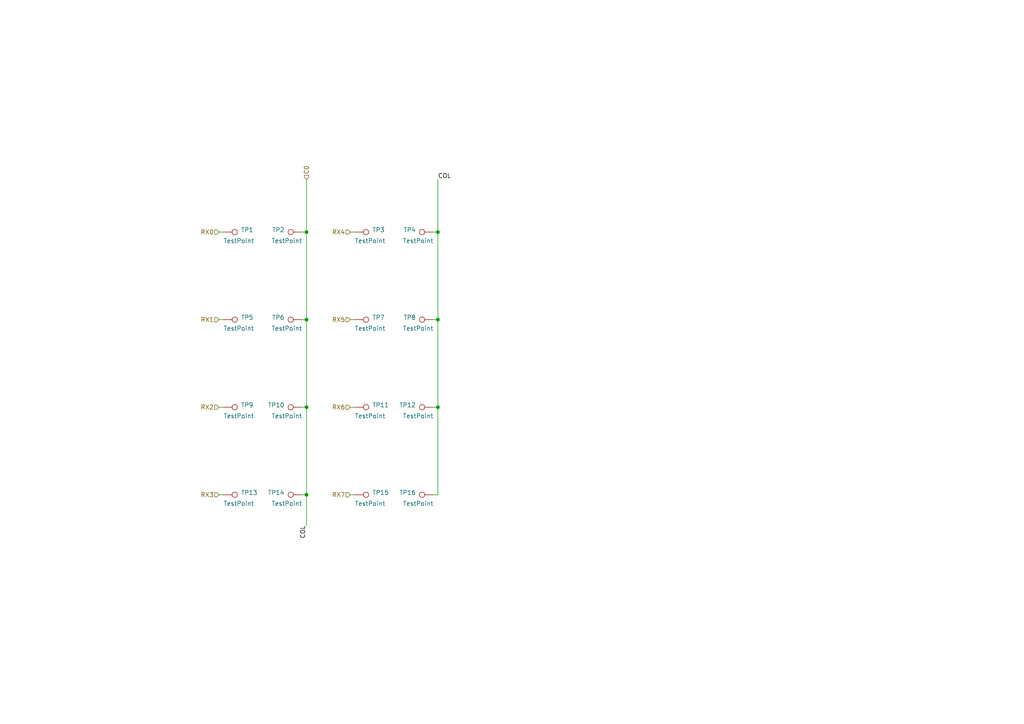
<source format=kicad_sch>
(kicad_sch (version 20230121) (generator eeschema)
  (paper "A4")
  (lib_symbols
    (symbol "Connector:TestPoint" (pin_numbers hide) (pin_names (offset 0.762) hide)
      (property "Reference" "TP" (at 0 6.858 0))
      (property "Value" "TestPoint" (at 0 5.08 0))
      (symbol "TestPoint_0_1"
        (circle (center 0 3.302) (radius 0.762))
      )
      (symbol "TestPoint_1_1"
        (pin passive line (at 0 0 90) (length 2.54) (name "1") (number "1"))
      )
    )
  )
  (junction (at 88.9 67.31))
  (junction (at 88.9 118.11))
  (junction (at 88.9 143.51))
  (junction (at 127 67.31))
  (junction (at 127 92.71))
  (junction (at 88.9 92.71))
  (junction (at 127 118.11))
  (wire (pts (xy 87.63 67.31) (xy 88.9 67.31)))
  (wire (pts (xy 125.73 118.11) (xy 127 118.11)))
  (wire (pts (xy 87.63 118.11) (xy 88.9 118.11)))
  (wire (pts (xy 101.6 92.71) (xy 102.87 92.71)))
  (wire (pts (xy 63.5 143.51) (xy 64.77 143.51)))
  (wire (pts (xy 127 143.51) (xy 127 118.11)))
  (wire (pts (xy 88.9 52.07) (xy 88.9 67.31)))
  (wire (pts (xy 88.9 67.31) (xy 88.9 92.71)))
  (wire (pts (xy 127 52.07) (xy 127 67.31)))
  (wire (pts (xy 63.5 118.11) (xy 64.77 118.11)))
  (wire (pts (xy 101.6 118.11) (xy 102.87 118.11)))
  (wire (pts (xy 101.6 67.31) (xy 102.87 67.31)))
  (wire (pts (xy 88.9 92.71) (xy 88.9 118.11)))
  (wire (pts (xy 87.63 143.51) (xy 88.9 143.51)))
  (wire (pts (xy 63.5 92.71) (xy 64.77 92.71)))
  (wire (pts (xy 127 67.31) (xy 127 92.71)))
  (wire (pts (xy 88.9 143.51) (xy 88.9 152.4)))
  (wire (pts (xy 87.63 92.71) (xy 88.9 92.71)))
  (wire (pts (xy 125.73 92.71) (xy 127 92.71)))
  (wire (pts (xy 127 92.71) (xy 127 118.11)))
  (wire (pts (xy 125.73 143.51) (xy 127 143.51)))
  (wire (pts (xy 63.5 67.31) (xy 64.77 67.31)))
  (wire (pts (xy 88.9 118.11) (xy 88.9 143.51)))
  (wire (pts (xy 101.6 143.51) (xy 102.87 143.51)))
  (wire (pts (xy 125.73 67.31) (xy 127 67.31)))
  (label "COL" (at 127 52.07 0))
  (label "COL" (at 88.9 152.4 270))
  (hierarchical_label "RX7" (shape input) (at 101.6 143.51 180))
  (hierarchical_label "RX0" (shape input) (at 63.5 67.31 180))
  (hierarchical_label "C0" (shape input) (at 88.9 52.07 90))
  (hierarchical_label "RX3" (shape input) (at 63.5 143.51 180))
  (hierarchical_label "RX6" (shape input) (at 101.6 118.11 180))
  (hierarchical_label "RX2" (shape input) (at 63.5 118.11 180))
  (hierarchical_label "RX4" (shape input) (at 101.6 67.31 180))
  (hierarchical_label "RX1" (shape input) (at 63.5 92.71 180))
  (hierarchical_label "RX5" (shape input) (at 101.6 92.71 180))
  (symbol (lib_id "Connector:TestPoint") (at 125.73 143.51 90) (mirror x) (unit 1)
    (property "Reference" "TP16" (at 120.65 142.875 90) (effects (justify left)))
    (property "Value" "TestPoint" (at 125.73 146.05 90) (effects (justify left)))
    (property "Footprint" "TestPoint:TestPoint_Pad_1.0x1.0mm" (effects hide))
    (instances (project "keypad16" (path "" (reference "TP16") (unit 1)) (path "" (reference "TP32") (unit 1)) (path "" (reference "TP48") (unit 1)) (path "" (reference "TP64") (unit 1)) (path "" (reference "TP80") (unit 1)) (path "" (reference "TP96") (unit 1)) (path "" (reference "TP112") (unit 1)) (path "" (reference "TP128") (unit 1)) (path "" (reference "TP144") (unit 1)) (path "" (reference "TP160") (unit 1)) (path "" (reference "TP176") (unit 1)) (path "" (reference "TP192") (unit 1)) (path "" (reference "TP208") (unit 1)) (path "" (reference "TP224") (unit 1)) (path "" (reference "TP240") (unit 1)) (path "" (reference "TP256") (unit 1))))
  )
  (symbol (lib_id "Connector:TestPoint") (at 87.63 143.51 90) (mirror x) (unit 1)
    (property "Reference" "TP14" (at 82.55 142.875 90) (effects (justify left)))
    (property "Value" "TestPoint" (at 87.63 146.05 90) (effects (justify left)))
    (property "Footprint" "TestPoint:TestPoint_Pad_1.0x1.0mm" (effects hide))
    (instances (project "keypad16" (path "" (reference "TP14") (unit 1)) (path "" (reference "TP30") (unit 1)) (path "" (reference "TP46") (unit 1)) (path "" (reference "TP62") (unit 1)) (path "" (reference "TP78") (unit 1)) (path "" (reference "TP94") (unit 1)) (path "" (reference "TP110") (unit 1)) (path "" (reference "TP126") (unit 1)) (path "" (reference "TP142") (unit 1)) (path "" (reference "TP158") (unit 1)) (path "" (reference "TP174") (unit 1)) (path "" (reference "TP190") (unit 1)) (path "" (reference "TP206") (unit 1)) (path "" (reference "TP222") (unit 1)) (path "" (reference "TP238") (unit 1)) (path "" (reference "TP254") (unit 1))))
  )
  (symbol (lib_id "Connector:TestPoint") (at 102.87 143.51 270) (unit 1)
    (property "Reference" "TP15" (at 107.95 142.875 90) (effects (justify left)))
    (property "Value" "TestPoint" (at 102.87 146.05 90) (effects (justify left)))
    (property "Footprint" "TestPoint:TestPoint_Pad_1.0x1.0mm" (effects hide))
    (instances (project "keypad16" (path "" (reference "TP15") (unit 1)) (path "" (reference "TP31") (unit 1)) (path "" (reference "TP47") (unit 1)) (path "" (reference "TP63") (unit 1)) (path "" (reference "TP79") (unit 1)) (path "" (reference "TP95") (unit 1)) (path "" (reference "TP111") (unit 1)) (path "" (reference "TP127") (unit 1)) (path "" (reference "TP143") (unit 1)) (path "" (reference "TP159") (unit 1)) (path "" (reference "TP175") (unit 1)) (path "" (reference "TP191") (unit 1)) (path "" (reference "TP207") (unit 1)) (path "" (reference "TP223") (unit 1)) (path "" (reference "TP239") (unit 1)) (path "" (reference "TP255") (unit 1))))
  )
  (symbol (lib_id "Connector:TestPoint") (at 125.73 92.71 90) (mirror x) (unit 1)
    (property "Reference" "TP8" (at 120.65 92.075 90) (effects (justify left)))
    (property "Value" "TestPoint" (at 125.73 95.25 90) (effects (justify left)))
    (property "Footprint" "TestPoint:TestPoint_Pad_1.0x1.0mm" (effects hide))
    (instances (project "keypad16" (path "" (reference "TP8") (unit 1)) (path "" (reference "TP24") (unit 1)) (path "" (reference "TP40") (unit 1)) (path "" (reference "TP56") (unit 1)) (path "" (reference "TP72") (unit 1)) (path "" (reference "TP88") (unit 1)) (path "" (reference "TP104") (unit 1)) (path "" (reference "TP120") (unit 1)) (path "" (reference "TP136") (unit 1)) (path "" (reference "TP152") (unit 1)) (path "" (reference "TP168") (unit 1)) (path "" (reference "TP184") (unit 1)) (path "" (reference "TP200") (unit 1)) (path "" (reference "TP216") (unit 1)) (path "" (reference "TP232") (unit 1)) (path "" (reference "TP248") (unit 1))))
  )
  (symbol (lib_id "Connector:TestPoint") (at 125.73 67.31 90) (mirror x) (unit 1)
    (property "Reference" "TP4" (at 120.65 66.675 90) (effects (justify left)))
    (property "Value" "TestPoint" (at 125.73 69.85 90) (effects (justify left)))
    (property "Footprint" "TestPoint:TestPoint_Pad_1.0x1.0mm" (effects hide))
    (instances (project "keypad16" (path "" (reference "TP4") (unit 1)) (path "" (reference "TP20") (unit 1)) (path "" (reference "TP36") (unit 1)) (path "" (reference "TP52") (unit 1)) (path "" (reference "TP68") (unit 1)) (path "" (reference "TP84") (unit 1)) (path "" (reference "TP100") (unit 1)) (path "" (reference "TP116") (unit 1)) (path "" (reference "TP132") (unit 1)) (path "" (reference "TP148") (unit 1)) (path "" (reference "TP164") (unit 1)) (path "" (reference "TP180") (unit 1)) (path "" (reference "TP196") (unit 1)) (path "" (reference "TP212") (unit 1)) (path "" (reference "TP228") (unit 1)) (path "" (reference "TP244") (unit 1))))
  )
  (symbol (lib_id "Connector:TestPoint") (at 64.77 118.11 270) (unit 1)
    (property "Reference" "TP9" (at 69.85 117.475 90) (effects (justify left)))
    (property "Value" "TestPoint" (at 64.77 120.65 90) (effects (justify left)))
    (property "Footprint" "TestPoint:TestPoint_Pad_1.0x1.0mm" (effects hide))
    (instances (project "keypad16" (path "" (reference "TP9") (unit 1)) (path "" (reference "TP25") (unit 1)) (path "" (reference "TP41") (unit 1)) (path "" (reference "TP57") (unit 1)) (path "" (reference "TP73") (unit 1)) (path "" (reference "TP89") (unit 1)) (path "" (reference "TP105") (unit 1)) (path "" (reference "TP121") (unit 1)) (path "" (reference "TP137") (unit 1)) (path "" (reference "TP153") (unit 1)) (path "" (reference "TP169") (unit 1)) (path "" (reference "TP185") (unit 1)) (path "" (reference "TP201") (unit 1)) (path "" (reference "TP217") (unit 1)) (path "" (reference "TP233") (unit 1)) (path "" (reference "TP249") (unit 1))))
  )
  (symbol (lib_id "Connector:TestPoint") (at 102.87 67.31 270) (unit 1)
    (property "Reference" "TP3" (at 107.95 66.675 90) (effects (justify left)))
    (property "Value" "TestPoint" (at 102.87 69.85 90) (effects (justify left)))
    (property "Footprint" "TestPoint:TestPoint_Pad_1.0x1.0mm" (effects hide))
    (instances (project "keypad16" (path "" (reference "TP3") (unit 1)) (path "" (reference "TP19") (unit 1)) (path "" (reference "TP35") (unit 1)) (path "" (reference "TP51") (unit 1)) (path "" (reference "TP67") (unit 1)) (path "" (reference "TP83") (unit 1)) (path "" (reference "TP99") (unit 1)) (path "" (reference "TP115") (unit 1)) (path "" (reference "TP131") (unit 1)) (path "" (reference "TP147") (unit 1)) (path "" (reference "TP163") (unit 1)) (path "" (reference "TP179") (unit 1)) (path "" (reference "TP195") (unit 1)) (path "" (reference "TP211") (unit 1)) (path "" (reference "TP227") (unit 1)) (path "" (reference "TP243") (unit 1))))
  )
  (symbol (lib_id "Connector:TestPoint") (at 64.77 143.51 270) (unit 1)
    (property "Reference" "TP13" (at 69.85 142.875 90) (effects (justify left)))
    (property "Value" "TestPoint" (at 64.77 146.05 90) (effects (justify left)))
    (property "Footprint" "TestPoint:TestPoint_Pad_1.0x1.0mm" (effects hide))
    (instances (project "keypad16" (path "" (reference "TP13") (unit 1)) (path "" (reference "TP29") (unit 1)) (path "" (reference "TP45") (unit 1)) (path "" (reference "TP61") (unit 1)) (path "" (reference "TP77") (unit 1)) (path "" (reference "TP93") (unit 1)) (path "" (reference "TP109") (unit 1)) (path "" (reference "TP125") (unit 1)) (path "" (reference "TP141") (unit 1)) (path "" (reference "TP157") (unit 1)) (path "" (reference "TP173") (unit 1)) (path "" (reference "TP189") (unit 1)) (path "" (reference "TP205") (unit 1)) (path "" (reference "TP221") (unit 1)) (path "" (reference "TP237") (unit 1)) (path "" (reference "TP253") (unit 1))))
  )
  (symbol (lib_id "Connector:TestPoint") (at 64.77 92.71 270) (unit 1)
    (property "Reference" "TP5" (at 69.85 92.075 90) (effects (justify left)))
    (property "Value" "TestPoint" (at 64.77 95.25 90) (effects (justify left)))
    (property "Footprint" "TestPoint:TestPoint_Pad_1.0x1.0mm" (effects hide))
    (instances (project "keypad16" (path "" (reference "TP5") (unit 1)) (path "" (reference "TP21") (unit 1)) (path "" (reference "TP37") (unit 1)) (path "" (reference "TP53") (unit 1)) (path "" (reference "TP69") (unit 1)) (path "" (reference "TP85") (unit 1)) (path "" (reference "TP101") (unit 1)) (path "" (reference "TP117") (unit 1)) (path "" (reference "TP133") (unit 1)) (path "" (reference "TP149") (unit 1)) (path "" (reference "TP165") (unit 1)) (path "" (reference "TP181") (unit 1)) (path "" (reference "TP197") (unit 1)) (path "" (reference "TP213") (unit 1)) (path "" (reference "TP229") (unit 1)) (path "" (reference "TP245") (unit 1))))
  )
  (symbol (lib_id "Connector:TestPoint") (at 87.63 92.71 90) (mirror x) (unit 1)
    (property "Reference" "TP6" (at 82.55 92.075 90) (effects (justify left)))
    (property "Value" "TestPoint" (at 87.63 95.25 90) (effects (justify left)))
    (property "Footprint" "TestPoint:TestPoint_Pad_1.0x1.0mm" (effects hide))
    (instances (project "keypad16" (path "" (reference "TP6") (unit 1)) (path "" (reference "TP22") (unit 1)) (path "" (reference "TP38") (unit 1)) (path "" (reference "TP54") (unit 1)) (path "" (reference "TP70") (unit 1)) (path "" (reference "TP86") (unit 1)) (path "" (reference "TP102") (unit 1)) (path "" (reference "TP118") (unit 1)) (path "" (reference "TP134") (unit 1)) (path "" (reference "TP150") (unit 1)) (path "" (reference "TP166") (unit 1)) (path "" (reference "TP182") (unit 1)) (path "" (reference "TP198") (unit 1)) (path "" (reference "TP214") (unit 1)) (path "" (reference "TP230") (unit 1)) (path "" (reference "TP246") (unit 1))))
  )
  (symbol (lib_id "Connector:TestPoint") (at 87.63 67.31 90) (mirror x) (unit 1)
    (property "Reference" "TP2" (at 82.55 66.675 90) (effects (justify left)))
    (property "Value" "TestPoint" (at 87.63 69.85 90) (effects (justify left)))
    (property "Footprint" "TestPoint:TestPoint_Pad_1.0x1.0mm" (effects hide))
    (instances (project "keypad16" (path "" (reference "TP2") (unit 1)) (path "" (reference "TP18") (unit 1)) (path "" (reference "TP34") (unit 1)) (path "" (reference "TP50") (unit 1)) (path "" (reference "TP66") (unit 1)) (path "" (reference "TP82") (unit 1)) (path "" (reference "TP98") (unit 1)) (path "" (reference "TP114") (unit 1)) (path "" (reference "TP130") (unit 1)) (path "" (reference "TP146") (unit 1)) (path "" (reference "TP162") (unit 1)) (path "" (reference "TP178") (unit 1)) (path "" (reference "TP194") (unit 1)) (path "" (reference "TP210") (unit 1)) (path "" (reference "TP226") (unit 1)) (path "" (reference "TP242") (unit 1))))
  )
  (symbol (lib_id "Connector:TestPoint") (at 125.73 118.11 90) (mirror x) (unit 1)
    (property "Reference" "TP12" (at 120.65 117.475 90) (effects (justify left)))
    (property "Value" "TestPoint" (at 125.73 120.65 90) (effects (justify left)))
    (property "Footprint" "TestPoint:TestPoint_Pad_1.0x1.0mm" (effects hide))
    (instances (project "keypad16" (path "" (reference "TP12") (unit 1)) (path "" (reference "TP28") (unit 1)) (path "" (reference "TP44") (unit 1)) (path "" (reference "TP60") (unit 1)) (path "" (reference "TP76") (unit 1)) (path "" (reference "TP92") (unit 1)) (path "" (reference "TP108") (unit 1)) (path "" (reference "TP124") (unit 1)) (path "" (reference "TP140") (unit 1)) (path "" (reference "TP156") (unit 1)) (path "" (reference "TP172") (unit 1)) (path "" (reference "TP188") (unit 1)) (path "" (reference "TP204") (unit 1)) (path "" (reference "TP220") (unit 1)) (path "" (reference "TP236") (unit 1)) (path "" (reference "TP252") (unit 1))))
  )
  (symbol (lib_id "Connector:TestPoint") (at 102.87 92.71 270) (unit 1)
    (property "Reference" "TP7" (at 107.95 92.075 90) (effects (justify left)))
    (property "Value" "TestPoint" (at 102.87 95.25 90) (effects (justify left)))
    (property "Footprint" "TestPoint:TestPoint_Pad_1.0x1.0mm" (effects hide))
    (instances (project "keypad16" (path "" (reference "TP7") (unit 1)) (path "" (reference "TP23") (unit 1)) (path "" (reference "TP39") (unit 1)) (path "" (reference "TP55") (unit 1)) (path "" (reference "TP71") (unit 1)) (path "" (reference "TP87") (unit 1)) (path "" (reference "TP103") (unit 1)) (path "" (reference "TP119") (unit 1)) (path "" (reference "TP135") (unit 1)) (path "" (reference "TP151") (unit 1)) (path "" (reference "TP167") (unit 1)) (path "" (reference "TP183") (unit 1)) (path "" (reference "TP199") (unit 1)) (path "" (reference "TP215") (unit 1)) (path "" (reference "TP231") (unit 1)) (path "" (reference "TP247") (unit 1))))
  )
  (symbol (lib_id "Connector:TestPoint") (at 102.87 118.11 270) (unit 1)
    (property "Reference" "TP11" (at 107.95 117.475 90) (effects (justify left)))
    (property "Value" "TestPoint" (at 102.87 120.65 90) (effects (justify left)))
    (property "Footprint" "TestPoint:TestPoint_Pad_1.0x1.0mm" (effects hide))
    (instances (project "keypad16" (path "" (reference "TP11") (unit 1)) (path "" (reference "TP27") (unit 1)) (path "" (reference "TP43") (unit 1)) (path "" (reference "TP59") (unit 1)) (path "" (reference "TP75") (unit 1)) (path "" (reference "TP91") (unit 1)) (path "" (reference "TP107") (unit 1)) (path "" (reference "TP123") (unit 1)) (path "" (reference "TP139") (unit 1)) (path "" (reference "TP155") (unit 1)) (path "" (reference "TP171") (unit 1)) (path "" (reference "TP187") (unit 1)) (path "" (reference "TP203") (unit 1)) (path "" (reference "TP219") (unit 1)) (path "" (reference "TP235") (unit 1)) (path "" (reference "TP251") (unit 1))))
  )
  (symbol (lib_id "Connector:TestPoint") (at 87.63 118.11 90) (mirror x) (unit 1)
    (property "Reference" "TP10" (at 82.55 117.475 90) (effects (justify left)))
    (property "Value" "TestPoint" (at 87.63 120.65 90) (effects (justify left)))
    (property "Footprint" "TestPoint:TestPoint_Pad_1.0x1.0mm" (effects hide))
    (instances (project "keypad16" (path "" (reference "TP10") (unit 1)) (path "" (reference "TP26") (unit 1)) (path "" (reference "TP42") (unit 1)) (path "" (reference "TP58") (unit 1)) (path "" (reference "TP74") (unit 1)) (path "" (reference "TP90") (unit 1)) (path "" (reference "TP106") (unit 1)) (path "" (reference "TP122") (unit 1)) (path "" (reference "TP138") (unit 1)) (path "" (reference "TP154") (unit 1)) (path "" (reference "TP170") (unit 1)) (path "" (reference "TP186") (unit 1)) (path "" (reference "TP202") (unit 1)) (path "" (reference "TP218") (unit 1)) (path "" (reference "TP234") (unit 1)) (path "" (reference "TP250") (unit 1))))
  )
  (symbol (lib_id "Connector:TestPoint") (at 64.77 67.31 270) (unit 1)
    (property "Reference" "TP1" (at 69.85 66.675 90) (effects (justify left)))
    (property "Value" "TestPoint" (at 64.77 69.85 90) (effects (justify left)))
    (property "Footprint" "TestPoint:TestPoint_Pad_1.0x1.0mm" (effects hide))
    (instances (project "keypad16" (path "" (reference "TP1") (unit 1)) (path "" (reference "TP17") (unit 1)) (path "" (reference "TP33") (unit 1)) (path "" (reference "TP49") (unit 1)) (path "" (reference "TP65") (unit 1)) (path "" (reference "TP81") (unit 1)) (path "" (reference "TP97") (unit 1)) (path "" (reference "TP113") (unit 1)) (path "" (reference "TP129") (unit 1)) (path "" (reference "TP145") (unit 1)) (path "" (reference "TP161") (unit 1)) (path "" (reference "TP177") (unit 1)) (path "" (reference "TP193") (unit 1)) (path "" (reference "TP209") (unit 1)) (path "" (reference "TP225") (unit 1)) (path "" (reference "TP241") (unit 1))))
  )
)
</source>
